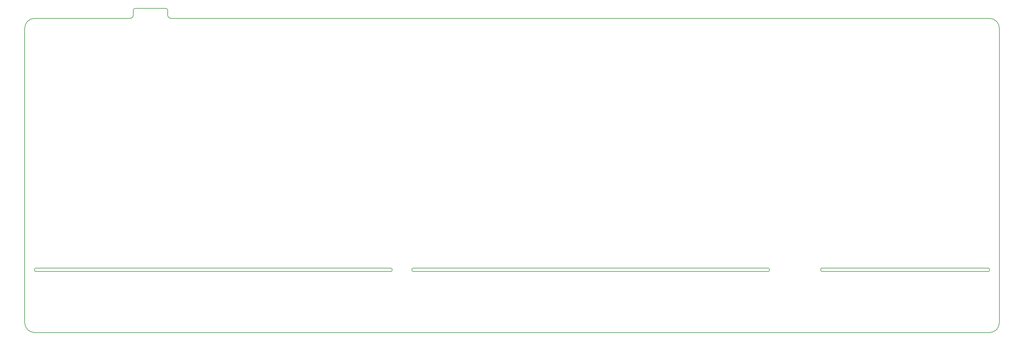
<source format=gbr>
%TF.GenerationSoftware,KiCad,Pcbnew,(6.0.7)*%
%TF.CreationDate,2022-09-06T15:34:50+02:00*%
%TF.ProjectId,rp2040,72703230-3430-42e6-9b69-6361645f7063,Rev1.0*%
%TF.SameCoordinates,Original*%
%TF.FileFunction,Profile,NP*%
%FSLAX46Y46*%
G04 Gerber Fmt 4.6, Leading zero omitted, Abs format (unit mm)*
G04 Created by KiCad (PCBNEW (6.0.7)) date 2022-09-06 15:34:50*
%MOMM*%
%LPD*%
G01*
G04 APERTURE LIST*
%TA.AperFunction,Profile*%
%ADD10C,0.200000*%
%TD*%
G04 APERTURE END LIST*
D10*
X18855000Y-45300000D02*
X47755000Y-45300000D01*
X59155000Y-44300000D02*
G75*
G03*
X60155000Y-45300000I1000000J0D01*
G01*
X15855000Y-137550000D02*
G75*
G03*
X18855000Y-140550000I3000000J0D01*
G01*
X257305000Y-120975000D02*
G75*
G03*
X257005000Y-121275000I0J-300000D01*
G01*
X15855000Y-137550000D02*
X15855000Y-48300000D01*
X308130000Y-140550000D02*
G75*
G03*
X311130000Y-137550000I0J3000000D01*
G01*
X127130000Y-121275000D02*
G75*
G03*
X126830000Y-120975000I-300000J0D01*
G01*
X47755000Y-45300000D02*
G75*
G03*
X48755000Y-44300000I0J1000000D01*
G01*
X308130000Y-140550000D02*
X18855000Y-140550000D01*
X48755000Y-44300000D02*
X48755000Y-42800000D01*
X59155000Y-42800000D02*
X59155000Y-44300000D01*
X241130000Y-122025000D02*
G75*
G03*
X241430000Y-121725000I0J300000D01*
G01*
X257005000Y-121275000D02*
X257005000Y-121725000D01*
X257005000Y-121725000D02*
G75*
G03*
X257305000Y-122025000I300000J0D01*
G01*
X76330338Y-122025000D02*
X69679144Y-122025000D01*
X49255000Y-42300000D02*
G75*
G03*
X48755000Y-42800000I0J-500000D01*
G01*
X133180055Y-121700145D02*
G75*
G03*
X133479853Y-122000145I299945J-55D01*
G01*
X307805000Y-122025000D02*
G75*
G03*
X308105000Y-121725000I0J300000D01*
G01*
X76330338Y-120975000D02*
X126830000Y-120975000D01*
X190630000Y-120975000D02*
X183980000Y-120975000D01*
X18880000Y-121275000D02*
X18880000Y-121725000D01*
X308105000Y-121275000D02*
X308105000Y-121725000D01*
X308105000Y-121275000D02*
G75*
G03*
X307805000Y-120975000I-300000J0D01*
G01*
X133480000Y-120975000D02*
G75*
G03*
X133180000Y-121275000I0J-300000D01*
G01*
X311130000Y-48300000D02*
X311130000Y-137550000D01*
X183980000Y-120975000D02*
X133480000Y-120975000D01*
X69679144Y-120975000D02*
X19180000Y-120975000D01*
X53955000Y-42300000D02*
X58655000Y-42300000D01*
X19180000Y-120975000D02*
G75*
G03*
X18880000Y-121275000I0J-300000D01*
G01*
X18880000Y-121725000D02*
G75*
G03*
X19180000Y-122025000I300000J0D01*
G01*
X59155000Y-42800000D02*
G75*
G03*
X58655000Y-42300000I-500000J0D01*
G01*
X311130000Y-48300000D02*
G75*
G03*
X308130000Y-45300000I-3000000J0D01*
G01*
X190630000Y-122025000D02*
X183979853Y-122025000D01*
X190630000Y-122025000D02*
X241130000Y-122025000D01*
X69679144Y-120975000D02*
X76330338Y-120975000D01*
X49255000Y-42300000D02*
X53955000Y-42300000D01*
X126830000Y-122025000D02*
G75*
G03*
X127130000Y-121725000I0J300000D01*
G01*
X127130000Y-121275000D02*
X127130000Y-121725000D01*
X18855000Y-45300000D02*
G75*
G03*
X15855000Y-48300000I0J-3000000D01*
G01*
X257305000Y-122025000D02*
X307805000Y-122025000D01*
X133479853Y-122000145D02*
X183979853Y-122024853D01*
X241130000Y-120975000D02*
X190630000Y-120975000D01*
X133180000Y-121275000D02*
X133180000Y-121700145D01*
X19180000Y-122025000D02*
X69679144Y-122025000D01*
X257305000Y-120975000D02*
X307805000Y-120975000D01*
X241430000Y-121275000D02*
G75*
G03*
X241130000Y-120975000I-300000J0D01*
G01*
X241430000Y-121725000D02*
X241430000Y-121275000D01*
X126830000Y-122025000D02*
X76330338Y-122025000D01*
X60155000Y-45300000D02*
X308130000Y-45300000D01*
M02*

</source>
